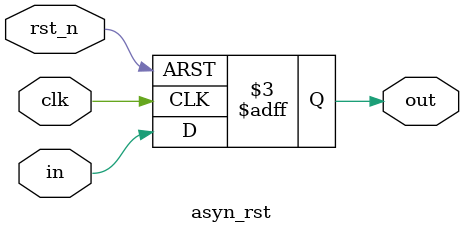
<source format=v>

module asyn_rst (
    input clk,
    input rst_n,
    input in,
    output reg out
);
    always @(posedge clk or negedge rst_n) begin
        if (!rst_n) begin
            out <= 1'b0;
        end
        else
            out <= in;
    end
endmodule
</source>
